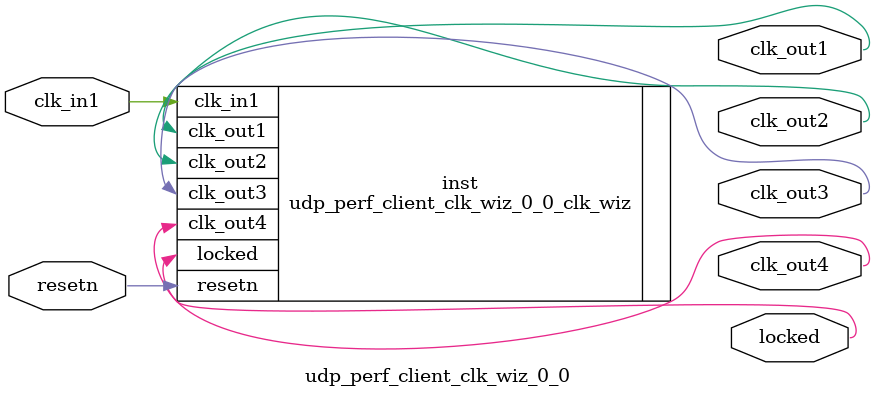
<source format=v>


`timescale 1ps/1ps

(* CORE_GENERATION_INFO = "udp_perf_client_clk_wiz_0_0,clk_wiz_v6_0_6_0_0,{component_name=udp_perf_client_clk_wiz_0_0,use_phase_alignment=true,use_min_o_jitter=false,use_max_i_jitter=false,use_dyn_phase_shift=false,use_inclk_switchover=false,use_dyn_reconfig=false,enable_axi=0,feedback_source=FDBK_AUTO,PRIMITIVE=MMCM,num_out_clk=4,clkin1_period=10.000,clkin2_period=10.000,use_power_down=false,use_reset=true,use_locked=true,use_inclk_stopped=false,feedback_type=SINGLE,CLOCK_MGR_TYPE=NA,manual_override=false}" *)

module udp_perf_client_clk_wiz_0_0 
 (
  // Clock out ports
  output        clk_out1,
  output        clk_out2,
  output        clk_out3,
  output        clk_out4,
  // Status and control signals
  input         resetn,
  output        locked,
 // Clock in ports
  input         clk_in1
 );

  udp_perf_client_clk_wiz_0_0_clk_wiz inst
  (
  // Clock out ports  
  .clk_out1(clk_out1),
  .clk_out2(clk_out2),
  .clk_out3(clk_out3),
  .clk_out4(clk_out4),
  // Status and control signals               
  .resetn(resetn), 
  .locked(locked),
 // Clock in ports
  .clk_in1(clk_in1)
  );

endmodule

</source>
